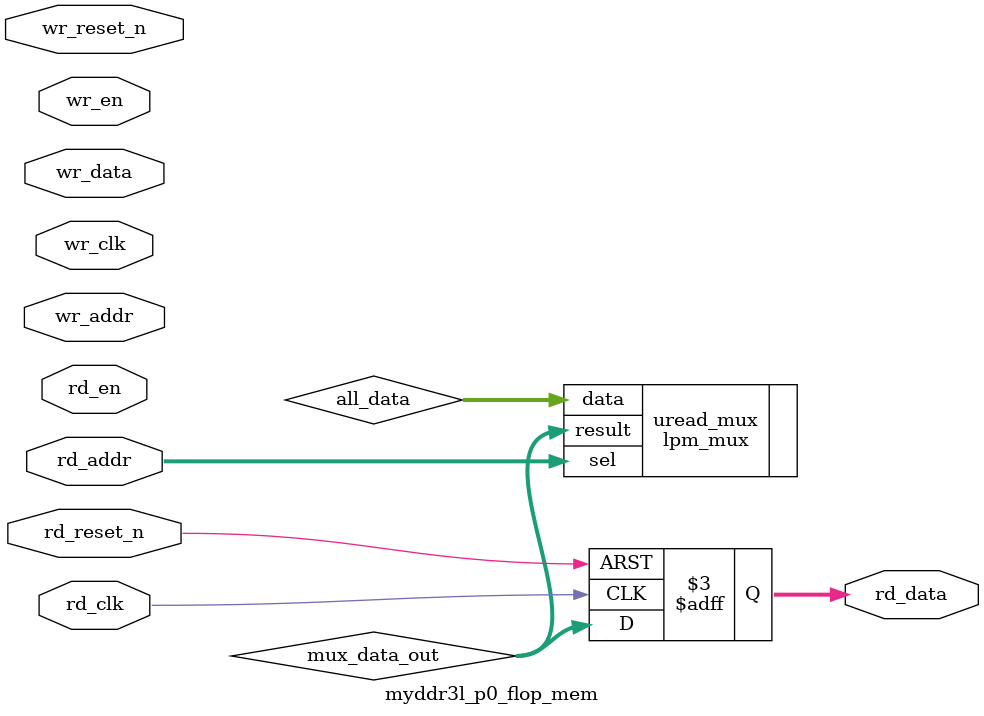
<source format=v>



`timescale 1 ps / 1 ps

(* altera_attribute = "-name ALLOW_SYNCH_CTRL_USAGE ON;-name AUTO_CLOCK_ENABLE_RECOGNITION ON" *)
module myddr3l_p0_flop_mem(
	wr_reset_n,
	wr_clk,
	wr_en,
	wr_addr,
	wr_data,
	rd_reset_n,
	rd_clk,
	rd_en,
	rd_addr,
	rd_data
);

parameter WRITE_MEM_DEPTH	= "";
parameter WRITE_ADDR_WIDTH	= "";
parameter WRITE_DATA_WIDTH	= "";
parameter READ_MEM_DEPTH	= "";
parameter READ_ADDR_WIDTH	= "";		 
parameter READ_DATA_WIDTH	= "";


input	wr_reset_n;
input	wr_clk;
input	wr_en;
input	[WRITE_ADDR_WIDTH-1:0] wr_addr;
input	[WRITE_DATA_WIDTH-1:0] wr_data;
input	rd_reset_n;
input	rd_clk;
input	rd_en;
input	[READ_ADDR_WIDTH-1:0] rd_addr;
output	[READ_DATA_WIDTH-1:0] rd_data;



wire	[WRITE_DATA_WIDTH*WRITE_MEM_DEPTH-1:0] all_data;
wire	[READ_DATA_WIDTH-1:0] mux_data_out;



// declare a memory with WRITE_MEM_DEPTH entries
// each entry contains a data size of WRITE_DATA_WIDTH
reg	[WRITE_DATA_WIDTH-1:0] data_stored [0:WRITE_MEM_DEPTH-1] /* synthesis syn_preserve = 1 */;
reg	[READ_DATA_WIDTH-1:0] rd_data;

generate
genvar entry;
	for (entry=0; entry < WRITE_MEM_DEPTH; entry=entry+1)
	begin: mem_location
		assign all_data[(WRITE_DATA_WIDTH*(entry+1)-1) : (WRITE_DATA_WIDTH*entry)] = data_stored[entry]; 
		
		always @(posedge wr_clk or negedge wr_reset_n)
		begin
			if (~wr_reset_n) begin
				data_stored[entry] <= {WRITE_DATA_WIDTH{1'b0}};
			end else begin
				if (wr_en) begin
					if (entry == wr_addr) begin
						data_stored[entry] <= wr_data;
					end
				end
			end
		end		
	end
endgenerate

// mux to select the correct output data based on read address
lpm_mux	uread_mux(
	.sel (rd_addr),
	.data (all_data),
	.result (mux_data_out)
	// synopsys translate_off
	,
	.aclr (),
	.clken (),
	.clock ()
	// synopsys translate_on
	);
 defparam uread_mux.lpm_size = READ_MEM_DEPTH;
 defparam uread_mux.lpm_type = "LPM_MUX";
 defparam uread_mux.lpm_width = READ_DATA_WIDTH;
 defparam uread_mux.lpm_widths = READ_ADDR_WIDTH;

always @(posedge rd_clk or negedge rd_reset_n)	
begin
	if (~rd_reset_n) begin
		rd_data <= {READ_DATA_WIDTH{1'b0}};
	end else begin
		rd_data <= mux_data_out;
	end
end

endmodule

</source>
